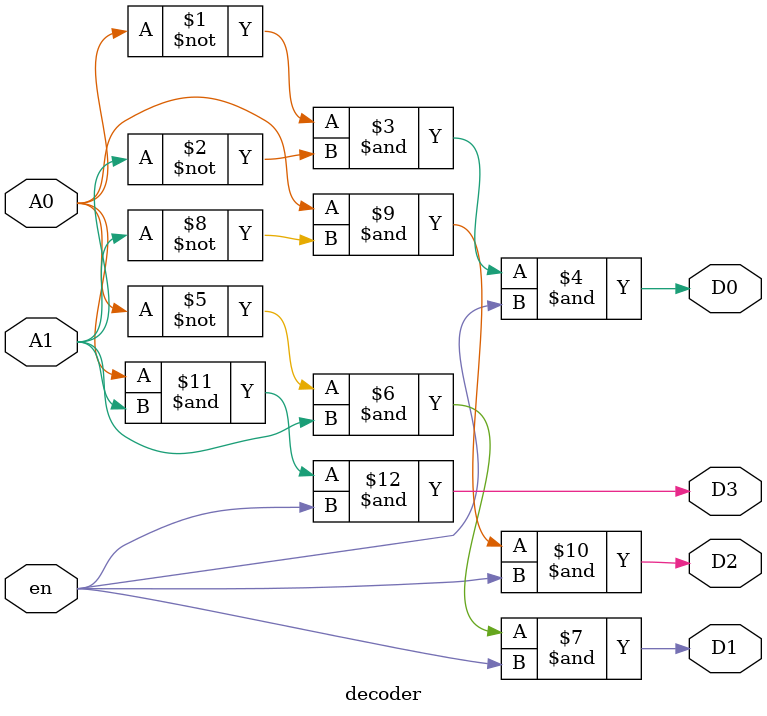
<source format=v>
`timescale 1ns / 1ps

module decoder(A1, A0, en, D3, D2, D1, D0);
  // 2:4 decoder
  input A1, A0, en;
  output D3, D2, D1, D0;
 
  assign D0 = (~A0) & (~A1) & en;
  assign D1 = (~A0) & A1 & en;
  assign D2 = A0 & (~ A1) & en;
  assign D3 = A0 & A1 & en;
endmodule
</source>
